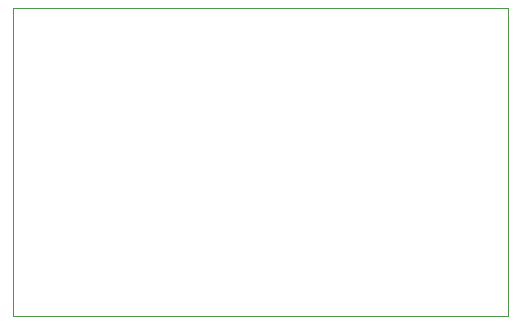
<source format=gko>
G04*
G04 #@! TF.GenerationSoftware,Altium Limited,Altium Designer,23.2.1 (34)*
G04*
G04 Layer_Color=16711935*
%FSLAX25Y25*%
%MOIN*%
G70*
G04*
G04 #@! TF.SameCoordinates,563C74A3-C083-4828-BA4E-F0EE4E1FBB61*
G04*
G04*
G04 #@! TF.FilePolarity,Positive*
G04*
G01*
G75*
%ADD29C,0.00394*%
D29*
X647500Y195000D02*
Y297500D01*
X482500Y195000D02*
Y297500D01*
Y195000D02*
X647500D01*
X482500Y297500D02*
X647500D01*
M02*

</source>
